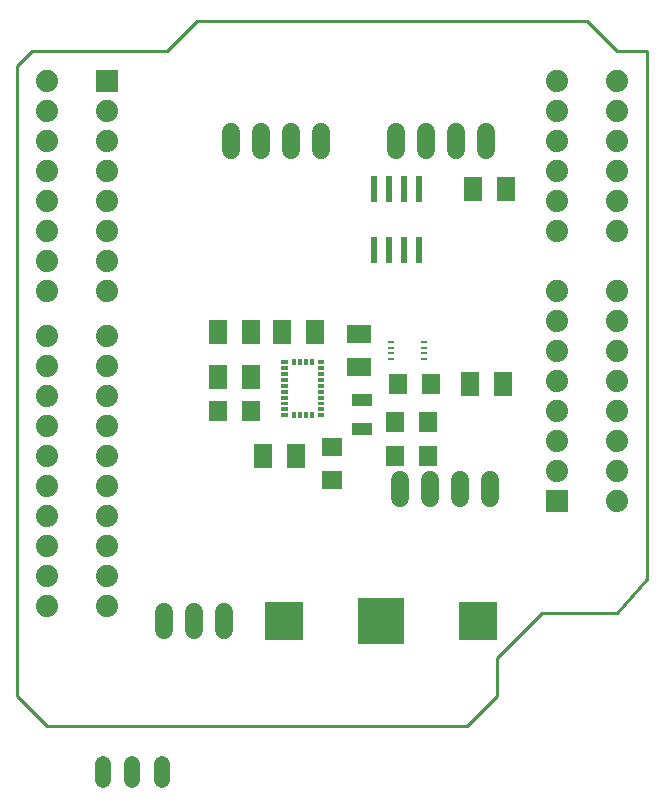
<source format=gbs>
G75*
%MOIN*%
%OFA0B0*%
%FSLAX25Y25*%
%IPPOS*%
%LPD*%
%AMOC8*
5,1,8,0,0,1.08239X$1,22.5*
%
%ADD10C,0.01000*%
%ADD11C,0.07400*%
%ADD12R,0.07400X0.07400*%
%ADD13R,0.06299X0.07874*%
%ADD14R,0.02362X0.08661*%
%ADD15C,0.00236*%
%ADD16R,0.01969X0.00984*%
%ADD17R,0.06299X0.07087*%
%ADD18R,0.07087X0.06299*%
%ADD19R,0.07874X0.06299*%
%ADD20R,0.07087X0.03937*%
%ADD21C,0.06000*%
%ADD22C,0.05315*%
%ADD23R,0.15354X0.15354*%
%ADD24R,0.12598X0.12598*%
D10*
X0015000Y0062524D02*
X0005000Y0072524D01*
X0005000Y0282524D01*
X0010000Y0287524D01*
X0055000Y0287524D01*
X0065000Y0297524D01*
X0195000Y0297524D01*
X0205000Y0287524D01*
X0215000Y0287524D01*
X0215000Y0111274D01*
X0205000Y0100024D01*
X0180000Y0100024D01*
X0165000Y0085024D01*
X0165000Y0072524D01*
X0155000Y0062524D01*
X0015000Y0062524D01*
D11*
X0015000Y0102524D03*
X0015000Y0112524D03*
X0015000Y0122524D03*
X0015000Y0132524D03*
X0015000Y0142524D03*
X0015000Y0152524D03*
X0015000Y0162524D03*
X0015000Y0172524D03*
X0015000Y0182524D03*
X0015000Y0192524D03*
X0015000Y0207524D03*
X0015000Y0217524D03*
X0015000Y0227524D03*
X0015000Y0237524D03*
X0015000Y0247524D03*
X0015000Y0257524D03*
X0015000Y0267524D03*
X0015000Y0277524D03*
X0035000Y0267524D03*
X0035000Y0257524D03*
X0035000Y0247524D03*
X0035000Y0237524D03*
X0035000Y0227524D03*
X0035000Y0217524D03*
X0035000Y0207524D03*
X0035000Y0192524D03*
X0035000Y0182524D03*
X0035000Y0172524D03*
X0035000Y0162524D03*
X0035000Y0152524D03*
X0035000Y0142524D03*
X0035000Y0132524D03*
X0035000Y0122524D03*
X0035000Y0112524D03*
X0035000Y0102524D03*
X0185000Y0147524D03*
X0185000Y0157524D03*
X0185000Y0167524D03*
X0185000Y0177524D03*
X0185000Y0187524D03*
X0185000Y0197524D03*
X0185000Y0207524D03*
X0185000Y0227524D03*
X0185000Y0237524D03*
X0185000Y0247524D03*
X0185000Y0257524D03*
X0185000Y0267524D03*
X0185000Y0277524D03*
X0205000Y0277524D03*
X0205000Y0267524D03*
X0205000Y0257524D03*
X0205000Y0247524D03*
X0205000Y0237524D03*
X0205000Y0227524D03*
X0205000Y0207524D03*
X0205000Y0197524D03*
X0205000Y0187524D03*
X0205000Y0177524D03*
X0205000Y0167524D03*
X0205000Y0157524D03*
X0205000Y0147524D03*
X0205000Y0137524D03*
D12*
X0185000Y0137524D03*
X0035000Y0277524D03*
D13*
X0071988Y0193774D03*
X0083012Y0193774D03*
X0093238Y0193774D03*
X0104262Y0193774D03*
X0083012Y0178774D03*
X0071988Y0178774D03*
X0086988Y0152524D03*
X0098012Y0152524D03*
X0155738Y0176274D03*
X0166762Y0176274D03*
X0168012Y0241274D03*
X0156988Y0241274D03*
D14*
X0138750Y0241510D03*
X0133750Y0241510D03*
X0128750Y0241510D03*
X0123750Y0241510D03*
X0123750Y0221037D03*
X0128750Y0221037D03*
X0133750Y0221037D03*
X0138750Y0221037D03*
D15*
X0107008Y0184354D02*
X0107008Y0183410D01*
X0105276Y0183410D01*
X0105276Y0184354D01*
X0107008Y0184354D01*
X0107008Y0183645D02*
X0105276Y0183645D01*
X0105276Y0183880D02*
X0107008Y0183880D01*
X0107008Y0184115D02*
X0105276Y0184115D01*
X0105276Y0184350D02*
X0107008Y0184350D01*
X0107008Y0182385D02*
X0107008Y0181441D01*
X0105276Y0181441D01*
X0105276Y0182385D01*
X0107008Y0182385D01*
X0107008Y0181676D02*
X0105276Y0181676D01*
X0105276Y0181911D02*
X0107008Y0181911D01*
X0107008Y0182146D02*
X0105276Y0182146D01*
X0105276Y0182381D02*
X0107008Y0182381D01*
X0107008Y0180417D02*
X0107008Y0179473D01*
X0105276Y0179473D01*
X0105276Y0180417D01*
X0107008Y0180417D01*
X0107008Y0179708D02*
X0105276Y0179708D01*
X0105276Y0179943D02*
X0107008Y0179943D01*
X0107008Y0180178D02*
X0105276Y0180178D01*
X0105276Y0180413D02*
X0107008Y0180413D01*
X0107008Y0178448D02*
X0107008Y0177504D01*
X0105276Y0177504D01*
X0105276Y0178448D01*
X0107008Y0178448D01*
X0107008Y0177739D02*
X0105276Y0177739D01*
X0105276Y0177974D02*
X0107008Y0177974D01*
X0107008Y0178209D02*
X0105276Y0178209D01*
X0105276Y0178444D02*
X0107008Y0178444D01*
X0107008Y0176480D02*
X0107008Y0175536D01*
X0105276Y0175536D01*
X0105276Y0176480D01*
X0107008Y0176480D01*
X0107008Y0175771D02*
X0105276Y0175771D01*
X0105276Y0176006D02*
X0107008Y0176006D01*
X0107008Y0176241D02*
X0105276Y0176241D01*
X0105276Y0176476D02*
X0107008Y0176476D01*
X0107008Y0174511D02*
X0107008Y0173567D01*
X0105276Y0173567D01*
X0105276Y0174511D01*
X0107008Y0174511D01*
X0107008Y0173802D02*
X0105276Y0173802D01*
X0105276Y0174037D02*
X0107008Y0174037D01*
X0107008Y0174272D02*
X0105276Y0174272D01*
X0105276Y0174507D02*
X0107008Y0174507D01*
X0107008Y0172543D02*
X0107008Y0171599D01*
X0105276Y0171599D01*
X0105276Y0172543D01*
X0107008Y0172543D01*
X0107008Y0171834D02*
X0105276Y0171834D01*
X0105276Y0172069D02*
X0107008Y0172069D01*
X0107008Y0172304D02*
X0105276Y0172304D01*
X0105276Y0172539D02*
X0107008Y0172539D01*
X0107008Y0170574D02*
X0107008Y0169630D01*
X0105276Y0169630D01*
X0105276Y0170574D01*
X0107008Y0170574D01*
X0107008Y0169865D02*
X0105276Y0169865D01*
X0105276Y0170100D02*
X0107008Y0170100D01*
X0107008Y0170335D02*
X0105276Y0170335D01*
X0105276Y0170570D02*
X0107008Y0170570D01*
X0107008Y0168606D02*
X0107008Y0167662D01*
X0105276Y0167662D01*
X0105276Y0168606D01*
X0107008Y0168606D01*
X0107008Y0167897D02*
X0105276Y0167897D01*
X0105276Y0168132D02*
X0107008Y0168132D01*
X0107008Y0168367D02*
X0105276Y0168367D01*
X0105276Y0168602D02*
X0107008Y0168602D01*
X0107008Y0166637D02*
X0107008Y0165693D01*
X0105276Y0165693D01*
X0105276Y0166637D01*
X0107008Y0166637D01*
X0107008Y0165928D02*
X0105276Y0165928D01*
X0105276Y0166163D02*
X0107008Y0166163D01*
X0107008Y0166398D02*
X0105276Y0166398D01*
X0105276Y0166633D02*
X0107008Y0166633D01*
X0103425Y0165299D02*
X0102481Y0165299D01*
X0102481Y0167031D01*
X0103425Y0167031D01*
X0103425Y0165299D01*
X0103425Y0165534D02*
X0102481Y0165534D01*
X0102481Y0165769D02*
X0103425Y0165769D01*
X0103425Y0166004D02*
X0102481Y0166004D01*
X0102481Y0166239D02*
X0103425Y0166239D01*
X0103425Y0166474D02*
X0102481Y0166474D01*
X0102481Y0166709D02*
X0103425Y0166709D01*
X0103425Y0166944D02*
X0102481Y0166944D01*
X0101456Y0165299D02*
X0100512Y0165299D01*
X0100512Y0167031D01*
X0101456Y0167031D01*
X0101456Y0165299D01*
X0101456Y0165534D02*
X0100512Y0165534D01*
X0100512Y0165769D02*
X0101456Y0165769D01*
X0101456Y0166004D02*
X0100512Y0166004D01*
X0100512Y0166239D02*
X0101456Y0166239D01*
X0101456Y0166474D02*
X0100512Y0166474D01*
X0100512Y0166709D02*
X0101456Y0166709D01*
X0101456Y0166944D02*
X0100512Y0166944D01*
X0099488Y0165299D02*
X0098544Y0165299D01*
X0098544Y0167031D01*
X0099488Y0167031D01*
X0099488Y0165299D01*
X0099488Y0165534D02*
X0098544Y0165534D01*
X0098544Y0165769D02*
X0099488Y0165769D01*
X0099488Y0166004D02*
X0098544Y0166004D01*
X0098544Y0166239D02*
X0099488Y0166239D01*
X0099488Y0166474D02*
X0098544Y0166474D01*
X0098544Y0166709D02*
X0099488Y0166709D01*
X0099488Y0166944D02*
X0098544Y0166944D01*
X0097519Y0165299D02*
X0096575Y0165299D01*
X0096575Y0167031D01*
X0097519Y0167031D01*
X0097519Y0165299D01*
X0097519Y0165534D02*
X0096575Y0165534D01*
X0096575Y0165769D02*
X0097519Y0165769D01*
X0097519Y0166004D02*
X0096575Y0166004D01*
X0096575Y0166239D02*
X0097519Y0166239D01*
X0097519Y0166474D02*
X0096575Y0166474D01*
X0096575Y0166709D02*
X0097519Y0166709D01*
X0097519Y0166944D02*
X0096575Y0166944D01*
X0094724Y0166637D02*
X0094724Y0165693D01*
X0092992Y0165693D01*
X0092992Y0166637D01*
X0094724Y0166637D01*
X0094724Y0165928D02*
X0092992Y0165928D01*
X0092992Y0166163D02*
X0094724Y0166163D01*
X0094724Y0166398D02*
X0092992Y0166398D01*
X0092992Y0166633D02*
X0094724Y0166633D01*
X0094724Y0167662D02*
X0094724Y0168606D01*
X0094724Y0167662D02*
X0092992Y0167662D01*
X0092992Y0168606D01*
X0094724Y0168606D01*
X0094724Y0167897D02*
X0092992Y0167897D01*
X0092992Y0168132D02*
X0094724Y0168132D01*
X0094724Y0168367D02*
X0092992Y0168367D01*
X0092992Y0168602D02*
X0094724Y0168602D01*
X0094724Y0169630D02*
X0094724Y0170574D01*
X0094724Y0169630D02*
X0092992Y0169630D01*
X0092992Y0170574D01*
X0094724Y0170574D01*
X0094724Y0169865D02*
X0092992Y0169865D01*
X0092992Y0170100D02*
X0094724Y0170100D01*
X0094724Y0170335D02*
X0092992Y0170335D01*
X0092992Y0170570D02*
X0094724Y0170570D01*
X0094724Y0171599D02*
X0094724Y0172543D01*
X0094724Y0171599D02*
X0092992Y0171599D01*
X0092992Y0172543D01*
X0094724Y0172543D01*
X0094724Y0171834D02*
X0092992Y0171834D01*
X0092992Y0172069D02*
X0094724Y0172069D01*
X0094724Y0172304D02*
X0092992Y0172304D01*
X0092992Y0172539D02*
X0094724Y0172539D01*
X0094724Y0173567D02*
X0094724Y0174511D01*
X0094724Y0173567D02*
X0092992Y0173567D01*
X0092992Y0174511D01*
X0094724Y0174511D01*
X0094724Y0173802D02*
X0092992Y0173802D01*
X0092992Y0174037D02*
X0094724Y0174037D01*
X0094724Y0174272D02*
X0092992Y0174272D01*
X0092992Y0174507D02*
X0094724Y0174507D01*
X0094724Y0175536D02*
X0094724Y0176480D01*
X0094724Y0175536D02*
X0092992Y0175536D01*
X0092992Y0176480D01*
X0094724Y0176480D01*
X0094724Y0175771D02*
X0092992Y0175771D01*
X0092992Y0176006D02*
X0094724Y0176006D01*
X0094724Y0176241D02*
X0092992Y0176241D01*
X0092992Y0176476D02*
X0094724Y0176476D01*
X0094724Y0177504D02*
X0094724Y0178448D01*
X0094724Y0177504D02*
X0092992Y0177504D01*
X0092992Y0178448D01*
X0094724Y0178448D01*
X0094724Y0177739D02*
X0092992Y0177739D01*
X0092992Y0177974D02*
X0094724Y0177974D01*
X0094724Y0178209D02*
X0092992Y0178209D01*
X0092992Y0178444D02*
X0094724Y0178444D01*
X0094724Y0179473D02*
X0094724Y0180417D01*
X0094724Y0179473D02*
X0092992Y0179473D01*
X0092992Y0180417D01*
X0094724Y0180417D01*
X0094724Y0179708D02*
X0092992Y0179708D01*
X0092992Y0179943D02*
X0094724Y0179943D01*
X0094724Y0180178D02*
X0092992Y0180178D01*
X0092992Y0180413D02*
X0094724Y0180413D01*
X0094724Y0181441D02*
X0094724Y0182385D01*
X0094724Y0181441D02*
X0092992Y0181441D01*
X0092992Y0182385D01*
X0094724Y0182385D01*
X0094724Y0181676D02*
X0092992Y0181676D01*
X0092992Y0181911D02*
X0094724Y0181911D01*
X0094724Y0182146D02*
X0092992Y0182146D01*
X0092992Y0182381D02*
X0094724Y0182381D01*
X0094724Y0183410D02*
X0094724Y0184354D01*
X0094724Y0183410D02*
X0092992Y0183410D01*
X0092992Y0184354D01*
X0094724Y0184354D01*
X0094724Y0183645D02*
X0092992Y0183645D01*
X0092992Y0183880D02*
X0094724Y0183880D01*
X0094724Y0184115D02*
X0092992Y0184115D01*
X0092992Y0184350D02*
X0094724Y0184350D01*
X0096575Y0183016D02*
X0097519Y0183016D01*
X0096575Y0183016D02*
X0096575Y0184748D01*
X0097519Y0184748D01*
X0097519Y0183016D01*
X0097519Y0183251D02*
X0096575Y0183251D01*
X0096575Y0183486D02*
X0097519Y0183486D01*
X0097519Y0183721D02*
X0096575Y0183721D01*
X0096575Y0183956D02*
X0097519Y0183956D01*
X0097519Y0184191D02*
X0096575Y0184191D01*
X0096575Y0184426D02*
X0097519Y0184426D01*
X0097519Y0184661D02*
X0096575Y0184661D01*
X0098544Y0183016D02*
X0099488Y0183016D01*
X0098544Y0183016D02*
X0098544Y0184748D01*
X0099488Y0184748D01*
X0099488Y0183016D01*
X0099488Y0183251D02*
X0098544Y0183251D01*
X0098544Y0183486D02*
X0099488Y0183486D01*
X0099488Y0183721D02*
X0098544Y0183721D01*
X0098544Y0183956D02*
X0099488Y0183956D01*
X0099488Y0184191D02*
X0098544Y0184191D01*
X0098544Y0184426D02*
X0099488Y0184426D01*
X0099488Y0184661D02*
X0098544Y0184661D01*
X0100512Y0183016D02*
X0101456Y0183016D01*
X0100512Y0183016D02*
X0100512Y0184748D01*
X0101456Y0184748D01*
X0101456Y0183016D01*
X0101456Y0183251D02*
X0100512Y0183251D01*
X0100512Y0183486D02*
X0101456Y0183486D01*
X0101456Y0183721D02*
X0100512Y0183721D01*
X0100512Y0183956D02*
X0101456Y0183956D01*
X0101456Y0184191D02*
X0100512Y0184191D01*
X0100512Y0184426D02*
X0101456Y0184426D01*
X0101456Y0184661D02*
X0100512Y0184661D01*
X0102481Y0183016D02*
X0103425Y0183016D01*
X0102481Y0183016D02*
X0102481Y0184748D01*
X0103425Y0184748D01*
X0103425Y0183016D01*
X0103425Y0183251D02*
X0102481Y0183251D01*
X0102481Y0183486D02*
X0103425Y0183486D01*
X0103425Y0183721D02*
X0102481Y0183721D01*
X0102481Y0183956D02*
X0103425Y0183956D01*
X0103425Y0184191D02*
X0102481Y0184191D01*
X0102481Y0184426D02*
X0103425Y0184426D01*
X0103425Y0184661D02*
X0102481Y0184661D01*
D16*
X0129606Y0184650D03*
X0129606Y0186618D03*
X0129606Y0188587D03*
X0129606Y0190555D03*
X0140433Y0190555D03*
X0140433Y0188587D03*
X0140433Y0186618D03*
X0140433Y0184650D03*
D17*
X0143012Y0176274D03*
X0141762Y0163774D03*
X0141762Y0152524D03*
X0130738Y0152524D03*
X0130738Y0163774D03*
X0131988Y0176274D03*
X0083012Y0167524D03*
X0071988Y0167524D03*
D18*
X0110000Y0155535D03*
X0110000Y0144512D03*
D19*
X0118750Y0182012D03*
X0118750Y0193035D03*
D20*
X0120000Y0171116D03*
X0120000Y0161274D03*
D21*
X0132500Y0144274D02*
X0132500Y0138274D01*
X0142500Y0138274D02*
X0142500Y0144274D01*
X0152500Y0144274D02*
X0152500Y0138274D01*
X0162500Y0138274D02*
X0162500Y0144274D01*
X0161250Y0254524D02*
X0161250Y0260524D01*
X0151250Y0260524D02*
X0151250Y0254524D01*
X0141250Y0254524D02*
X0141250Y0260524D01*
X0131250Y0260524D02*
X0131250Y0254524D01*
X0106250Y0254524D02*
X0106250Y0260524D01*
X0096250Y0260524D02*
X0096250Y0254524D01*
X0086250Y0254524D02*
X0086250Y0260524D01*
X0076250Y0260524D02*
X0076250Y0254524D01*
X0073750Y0100524D02*
X0073750Y0094524D01*
X0063750Y0094524D02*
X0063750Y0100524D01*
X0053750Y0100524D02*
X0053750Y0094524D01*
D22*
X0033396Y0049817D02*
X0033396Y0044502D01*
X0043238Y0044502D02*
X0043238Y0049817D01*
X0053081Y0049817D02*
X0053081Y0044502D01*
D23*
X0126250Y0097524D03*
D24*
X0093967Y0097524D03*
X0158533Y0097524D03*
M02*

</source>
